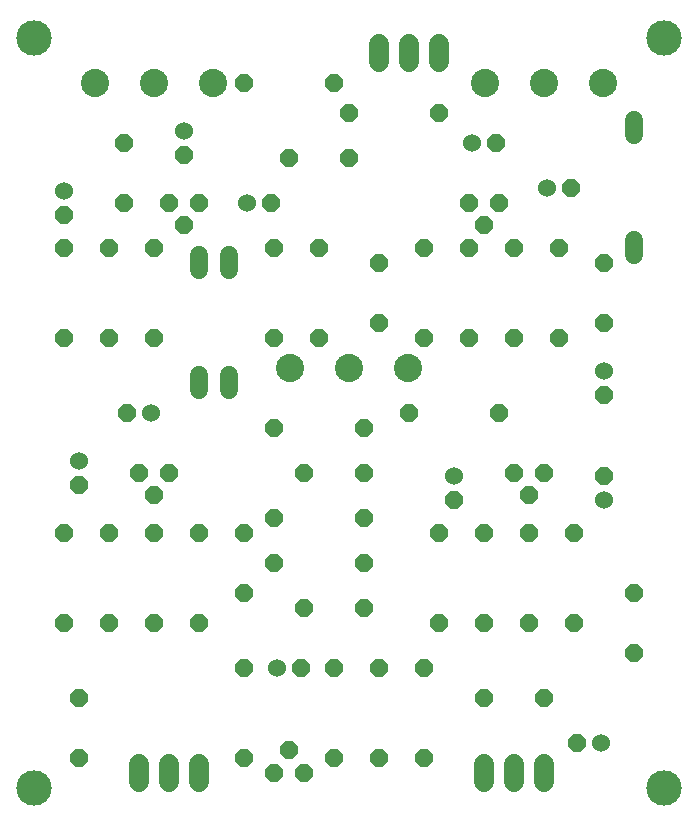
<source format=gbs>
G75*
%MOIN*%
%OFA0B0*%
%FSLAX25Y25*%
%IPPOS*%
%LPD*%
%AMOC8*
5,1,8,0,0,1.08239X$1,22.5*
%
%ADD10C,0.11824*%
%ADD11OC8,0.06000*%
%ADD12C,0.06000*%
%ADD13C,0.06800*%
%ADD14C,0.06000*%
%ADD15C,0.09400*%
D10*
X0016800Y0016800D03*
X0016800Y0266800D03*
X0226800Y0266800D03*
X0226800Y0016800D03*
D11*
X0197800Y0031800D03*
X0186800Y0046800D03*
X0166800Y0046800D03*
X0146800Y0056800D03*
X0151800Y0071800D03*
X0166800Y0071800D03*
X0181800Y0071800D03*
X0196800Y0071800D03*
X0216800Y0061800D03*
X0216800Y0081800D03*
X0196800Y0101800D03*
X0181800Y0101800D03*
X0181800Y0114300D03*
X0176800Y0121800D03*
X0186800Y0121800D03*
X0171800Y0141800D03*
X0176800Y0166800D03*
X0161800Y0166800D03*
X0146800Y0166800D03*
X0131800Y0171800D03*
X0131800Y0191800D03*
X0146800Y0196800D03*
X0161800Y0196800D03*
X0166800Y0204300D03*
X0161800Y0211800D03*
X0171800Y0211800D03*
X0176800Y0196800D03*
X0191800Y0196800D03*
X0206800Y0191800D03*
X0206800Y0171800D03*
X0191800Y0166800D03*
X0206800Y0147800D03*
X0206800Y0120800D03*
X0166800Y0101800D03*
X0156800Y0112800D03*
X0151800Y0101800D03*
X0126800Y0106800D03*
X0126800Y0121800D03*
X0126800Y0136800D03*
X0141800Y0141800D03*
X0111800Y0166800D03*
X0096800Y0166800D03*
X0096800Y0136800D03*
X0106800Y0121800D03*
X0096800Y0106800D03*
X0086800Y0101800D03*
X0096800Y0091800D03*
X0086800Y0081800D03*
X0071800Y0071800D03*
X0056800Y0071800D03*
X0041800Y0071800D03*
X0026800Y0071800D03*
X0031800Y0046800D03*
X0031800Y0026800D03*
X0086800Y0026800D03*
X0096800Y0021800D03*
X0101800Y0029300D03*
X0106800Y0021800D03*
X0116800Y0026800D03*
X0131800Y0026800D03*
X0146800Y0026800D03*
X0131800Y0056800D03*
X0126800Y0076800D03*
X0126800Y0091800D03*
X0106800Y0076800D03*
X0105800Y0056800D03*
X0116800Y0056800D03*
X0086800Y0056800D03*
X0071800Y0101800D03*
X0056800Y0101800D03*
X0056800Y0114300D03*
X0051800Y0121800D03*
X0061800Y0121800D03*
X0047800Y0141800D03*
X0031800Y0117800D03*
X0026800Y0101800D03*
X0041800Y0101800D03*
X0041800Y0166800D03*
X0026800Y0166800D03*
X0026800Y0196800D03*
X0026800Y0207800D03*
X0041800Y0196800D03*
X0046800Y0211800D03*
X0056800Y0196800D03*
X0066800Y0204300D03*
X0061800Y0211800D03*
X0071800Y0211800D03*
X0066800Y0227800D03*
X0046800Y0231800D03*
X0086800Y0251800D03*
X0101800Y0226800D03*
X0095800Y0211800D03*
X0096800Y0196800D03*
X0111800Y0196800D03*
X0121800Y0226800D03*
X0121800Y0241800D03*
X0116800Y0251800D03*
X0151800Y0241800D03*
X0170800Y0231800D03*
X0195800Y0216800D03*
X0056800Y0166800D03*
D12*
X0055800Y0141800D03*
X0031800Y0125800D03*
X0097800Y0056800D03*
X0156800Y0120800D03*
X0206800Y0112800D03*
X0206800Y0155800D03*
X0187800Y0216800D03*
X0162800Y0231800D03*
X0087800Y0211800D03*
X0066800Y0235800D03*
X0026800Y0215800D03*
X0205800Y0031800D03*
D13*
X0186800Y0024800D02*
X0186800Y0018800D01*
X0176800Y0018800D02*
X0176800Y0024800D01*
X0166800Y0024800D02*
X0166800Y0018800D01*
X0071800Y0018800D02*
X0071800Y0024800D01*
X0061800Y0024800D02*
X0061800Y0018800D01*
X0051800Y0018800D02*
X0051800Y0024800D01*
X0131800Y0258800D02*
X0131800Y0264800D01*
X0141800Y0264800D02*
X0141800Y0258800D01*
X0151800Y0258800D02*
X0151800Y0264800D01*
D14*
X0216800Y0239400D02*
X0216800Y0234200D01*
X0216800Y0199400D02*
X0216800Y0194200D01*
X0081800Y0194400D02*
X0081800Y0189200D01*
X0071800Y0189200D02*
X0071800Y0194400D01*
X0071800Y0154400D02*
X0071800Y0149200D01*
X0081800Y0149200D02*
X0081800Y0154400D01*
D15*
X0102115Y0156800D03*
X0121800Y0156800D03*
X0141485Y0156800D03*
X0167115Y0251800D03*
X0186800Y0251800D03*
X0206485Y0251800D03*
X0076485Y0251800D03*
X0056800Y0251800D03*
X0037115Y0251800D03*
M02*

</source>
